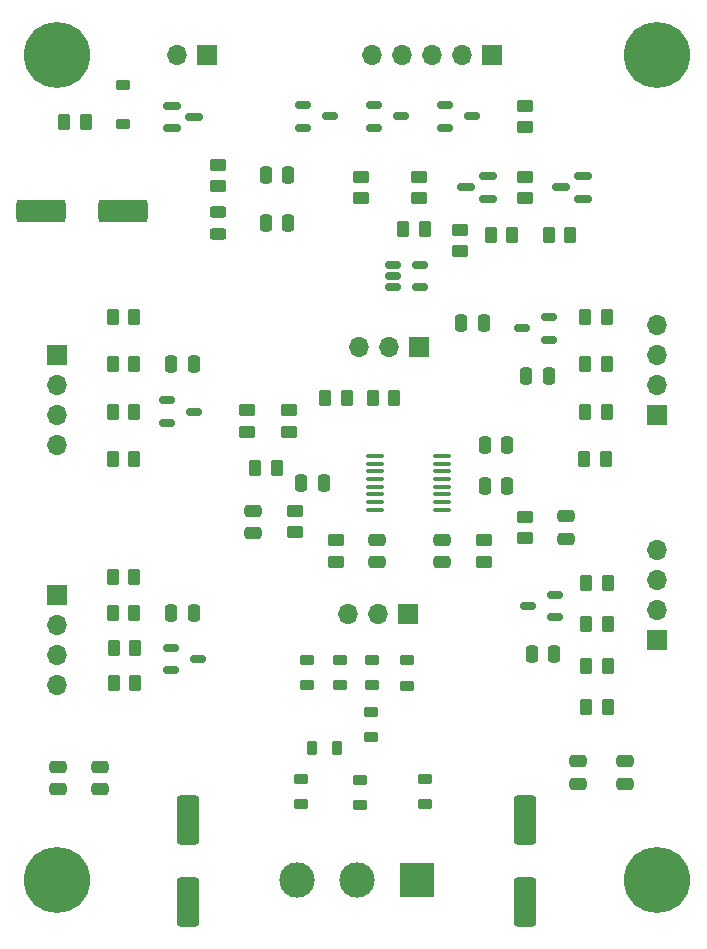
<source format=gbr>
%TF.GenerationSoftware,KiCad,Pcbnew,7.0.5*%
%TF.CreationDate,2023-09-16T15:31:54-07:00*%
%TF.ProjectId,ADS1219Module,41445331-3231-4394-9d6f-64756c652e6b,rev?*%
%TF.SameCoordinates,Original*%
%TF.FileFunction,Soldermask,Top*%
%TF.FilePolarity,Negative*%
%FSLAX46Y46*%
G04 Gerber Fmt 4.6, Leading zero omitted, Abs format (unit mm)*
G04 Created by KiCad (PCBNEW 7.0.5) date 2023-09-16 15:31:54*
%MOMM*%
%LPD*%
G01*
G04 APERTURE LIST*
G04 Aperture macros list*
%AMRoundRect*
0 Rectangle with rounded corners*
0 $1 Rounding radius*
0 $2 $3 $4 $5 $6 $7 $8 $9 X,Y pos of 4 corners*
0 Add a 4 corners polygon primitive as box body*
4,1,4,$2,$3,$4,$5,$6,$7,$8,$9,$2,$3,0*
0 Add four circle primitives for the rounded corners*
1,1,$1+$1,$2,$3*
1,1,$1+$1,$4,$5*
1,1,$1+$1,$6,$7*
1,1,$1+$1,$8,$9*
0 Add four rect primitives between the rounded corners*
20,1,$1+$1,$2,$3,$4,$5,0*
20,1,$1+$1,$4,$5,$6,$7,0*
20,1,$1+$1,$6,$7,$8,$9,0*
20,1,$1+$1,$8,$9,$2,$3,0*%
G04 Aperture macros list end*
%ADD10RoundRect,0.250000X-0.262500X-0.450000X0.262500X-0.450000X0.262500X0.450000X-0.262500X0.450000X0*%
%ADD11RoundRect,0.250000X0.250000X0.475000X-0.250000X0.475000X-0.250000X-0.475000X0.250000X-0.475000X0*%
%ADD12RoundRect,0.218750X-0.381250X0.218750X-0.381250X-0.218750X0.381250X-0.218750X0.381250X0.218750X0*%
%ADD13RoundRect,0.250000X0.475000X-0.250000X0.475000X0.250000X-0.475000X0.250000X-0.475000X-0.250000X0*%
%ADD14R,1.700000X1.700000*%
%ADD15O,1.700000X1.700000*%
%ADD16RoundRect,0.150000X-0.512500X-0.150000X0.512500X-0.150000X0.512500X0.150000X-0.512500X0.150000X0*%
%ADD17C,5.600000*%
%ADD18RoundRect,0.250000X-0.450000X0.262500X-0.450000X-0.262500X0.450000X-0.262500X0.450000X0.262500X0*%
%ADD19RoundRect,0.225000X0.375000X-0.225000X0.375000X0.225000X-0.375000X0.225000X-0.375000X-0.225000X0*%
%ADD20RoundRect,0.150000X0.512500X0.150000X-0.512500X0.150000X-0.512500X-0.150000X0.512500X-0.150000X0*%
%ADD21RoundRect,0.250000X-0.250000X-0.475000X0.250000X-0.475000X0.250000X0.475000X-0.250000X0.475000X0*%
%ADD22RoundRect,0.218750X0.381250X-0.218750X0.381250X0.218750X-0.381250X0.218750X-0.381250X-0.218750X0*%
%ADD23RoundRect,0.250000X0.700000X-1.825000X0.700000X1.825000X-0.700000X1.825000X-0.700000X-1.825000X0*%
%ADD24RoundRect,0.250000X0.262500X0.450000X-0.262500X0.450000X-0.262500X-0.450000X0.262500X-0.450000X0*%
%ADD25R,3.000000X3.000000*%
%ADD26C,3.000000*%
%ADD27RoundRect,0.250000X-0.475000X0.250000X-0.475000X-0.250000X0.475000X-0.250000X0.475000X0.250000X0*%
%ADD28RoundRect,0.250000X0.450000X-0.262500X0.450000X0.262500X-0.450000X0.262500X-0.450000X-0.262500X0*%
%ADD29RoundRect,0.150000X-0.587500X-0.150000X0.587500X-0.150000X0.587500X0.150000X-0.587500X0.150000X0*%
%ADD30RoundRect,0.100000X-0.637500X-0.100000X0.637500X-0.100000X0.637500X0.100000X-0.637500X0.100000X0*%
%ADD31RoundRect,0.150000X0.587500X0.150000X-0.587500X0.150000X-0.587500X-0.150000X0.587500X-0.150000X0*%
%ADD32RoundRect,0.250000X-0.700000X1.825000X-0.700000X-1.825000X0.700000X-1.825000X0.700000X1.825000X0*%
%ADD33RoundRect,0.218750X0.218750X0.381250X-0.218750X0.381250X-0.218750X-0.381250X0.218750X-0.381250X0*%
%ADD34RoundRect,0.243750X0.456250X-0.243750X0.456250X0.243750X-0.456250X0.243750X-0.456250X-0.243750X0*%
%ADD35RoundRect,0.250000X1.825000X0.700000X-1.825000X0.700000X-1.825000X-0.700000X1.825000X-0.700000X0*%
G04 APERTURE END LIST*
D10*
%TO.C,R27*%
X197087500Y-77000000D03*
X198912500Y-77000000D03*
%TD*%
D11*
%TO.C,C19*%
X194000000Y-78000000D03*
X192100000Y-78000000D03*
%TD*%
D12*
%TO.C,FB9*%
X179000000Y-106437500D03*
X179000000Y-108562500D03*
%TD*%
D13*
%TO.C,C15*%
X185000000Y-93750000D03*
X185000000Y-91850000D03*
%TD*%
D14*
%TO.C,J11*%
X152400000Y-76200000D03*
D15*
X152400000Y-78740000D03*
X152400000Y-81280000D03*
X152400000Y-83820000D03*
%TD*%
D16*
%TO.C,D6*%
X173225000Y-55050000D03*
X173225000Y-56950000D03*
X175500000Y-56000000D03*
%TD*%
D17*
%TO.C,J3*%
X152400000Y-120650000D03*
%TD*%
%TO.C,J1*%
X152400000Y-50800000D03*
%TD*%
D18*
%TO.C,R8*%
X178087500Y-61087500D03*
X178087500Y-62912500D03*
%TD*%
%TO.C,R7*%
X192000000Y-61087500D03*
X192000000Y-62912500D03*
%TD*%
%TO.C,R6*%
X183000000Y-61087500D03*
X183000000Y-62912500D03*
%TD*%
D16*
%TO.C,D3*%
X185225000Y-55050000D03*
X185225000Y-56950000D03*
X187500000Y-56000000D03*
%TD*%
D19*
%TO.C,D5*%
X158000000Y-56650000D03*
X158000000Y-53350000D03*
%TD*%
D16*
%TO.C,U2*%
X180862500Y-68550000D03*
X180862500Y-69500000D03*
X180862500Y-70450000D03*
X183137500Y-70450000D03*
X183137500Y-68550000D03*
%TD*%
D20*
%TO.C,D10*%
X194000000Y-74900000D03*
X194000000Y-73000000D03*
X191725000Y-73950000D03*
%TD*%
D21*
%TO.C,C17*%
X162050000Y-98000000D03*
X163950000Y-98000000D03*
%TD*%
D22*
%TO.C,FB8*%
X179055000Y-104125000D03*
X179055000Y-102000000D03*
%TD*%
D10*
%TO.C,R22*%
X157087500Y-98000000D03*
X158912500Y-98000000D03*
%TD*%
D13*
%TO.C,C5*%
X156000000Y-112950000D03*
X156000000Y-111050000D03*
%TD*%
D22*
%TO.C,FB7*%
X176305000Y-104125000D03*
X176305000Y-102000000D03*
%TD*%
D14*
%TO.C,J14*%
X203200000Y-81280000D03*
D15*
X203200000Y-78740000D03*
X203200000Y-76200000D03*
X203200000Y-73660000D03*
%TD*%
D23*
%TO.C,C9*%
X163500000Y-122500000D03*
X163500000Y-115550000D03*
%TD*%
D21*
%TO.C,C13*%
X188600000Y-83800000D03*
X190500000Y-83800000D03*
%TD*%
D20*
%TO.C,D9*%
X194500000Y-98400000D03*
X194500000Y-96500000D03*
X192225000Y-97450000D03*
%TD*%
D14*
%TO.C,J9*%
X183040000Y-75500000D03*
D15*
X180500000Y-75500000D03*
X177960000Y-75500000D03*
%TD*%
D10*
%TO.C,R13*%
X181675000Y-65500000D03*
X183500000Y-65500000D03*
%TD*%
D14*
%TO.C,J7*%
X189230000Y-50800000D03*
D15*
X186690000Y-50800000D03*
X184150000Y-50800000D03*
X181610000Y-50800000D03*
X179070000Y-50800000D03*
%TD*%
D21*
%TO.C,C3*%
X170050000Y-65000000D03*
X171950000Y-65000000D03*
%TD*%
D24*
%TO.C,R2*%
X176912500Y-79800000D03*
X175087500Y-79800000D03*
%TD*%
D12*
%TO.C,FB1*%
X183500000Y-112112500D03*
X183500000Y-114237500D03*
%TD*%
%TO.C,FB2*%
X173000000Y-112112500D03*
X173000000Y-114237500D03*
%TD*%
D24*
%TO.C,R36*%
X198912500Y-73000000D03*
X197087500Y-73000000D03*
%TD*%
D22*
%TO.C,FB4*%
X182000000Y-104187500D03*
X182000000Y-102062500D03*
%TD*%
D25*
%TO.C,J8*%
X182880000Y-120650000D03*
D26*
X177800000Y-120650000D03*
X172720000Y-120650000D03*
%TD*%
D10*
%TO.C,R14*%
X169175000Y-85800000D03*
X171000000Y-85800000D03*
%TD*%
D14*
%TO.C,J10*%
X182080000Y-98125000D03*
D15*
X179540000Y-98125000D03*
X177000000Y-98125000D03*
%TD*%
D24*
%TO.C,R25*%
X199000000Y-102500000D03*
X197175000Y-102500000D03*
%TD*%
%TO.C,R26*%
X199000000Y-106000000D03*
X197175000Y-106000000D03*
%TD*%
D13*
%TO.C,C6*%
X152500000Y-112950000D03*
X152500000Y-111050000D03*
%TD*%
D27*
%TO.C,C20*%
X169000000Y-89400000D03*
X169000000Y-91300000D03*
%TD*%
D11*
%TO.C,C11*%
X190500000Y-87300000D03*
X188600000Y-87300000D03*
%TD*%
D24*
%TO.C,R29*%
X198825000Y-85000000D03*
X197000000Y-85000000D03*
%TD*%
%TO.C,R1*%
X180912500Y-79800000D03*
X179087500Y-79800000D03*
%TD*%
D28*
%TO.C,R10*%
X166000000Y-61912500D03*
X166000000Y-60087500D03*
%TD*%
D18*
%TO.C,R12*%
X186500000Y-65587500D03*
X186500000Y-67412500D03*
%TD*%
D16*
%TO.C,D2*%
X179225000Y-55050000D03*
X179225000Y-56950000D03*
X181500000Y-56000000D03*
%TD*%
D24*
%TO.C,R21*%
X159000000Y-101000000D03*
X157175000Y-101000000D03*
%TD*%
D29*
%TO.C,Q3*%
X162125000Y-55100000D03*
X162125000Y-57000000D03*
X164000000Y-56050000D03*
%TD*%
D30*
%TO.C,U3*%
X179275000Y-84750000D03*
X179275000Y-85400000D03*
X179275000Y-86050000D03*
X179275000Y-86700000D03*
X179275000Y-87350000D03*
X179275000Y-88000000D03*
X179275000Y-88650000D03*
X179275000Y-89300000D03*
X185000000Y-89300000D03*
X185000000Y-88650000D03*
X185000000Y-88000000D03*
X185000000Y-87350000D03*
X185000000Y-86700000D03*
X185000000Y-86050000D03*
X185000000Y-85400000D03*
X185000000Y-84750000D03*
%TD*%
D31*
%TO.C,Q2*%
X196937500Y-62950000D03*
X196937500Y-61050000D03*
X195062500Y-62000000D03*
%TD*%
D10*
%TO.C,R20*%
X157087500Y-77000000D03*
X158912500Y-77000000D03*
%TD*%
D22*
%TO.C,FB3*%
X178000000Y-114300000D03*
X178000000Y-112175000D03*
%TD*%
D21*
%TO.C,C2*%
X170050000Y-61000000D03*
X171950000Y-61000000D03*
%TD*%
D18*
%TO.C,R32*%
X168500000Y-80887500D03*
X168500000Y-82712500D03*
%TD*%
D10*
%TO.C,R4*%
X189087500Y-66000000D03*
X190912500Y-66000000D03*
%TD*%
D18*
%TO.C,R31*%
X192000000Y-89887500D03*
X192000000Y-91712500D03*
%TD*%
D13*
%TO.C,C8*%
X200500000Y-112500000D03*
X200500000Y-110600000D03*
%TD*%
D18*
%TO.C,R9*%
X192000000Y-55087500D03*
X192000000Y-56912500D03*
%TD*%
D10*
%TO.C,R33*%
X157175000Y-104000000D03*
X159000000Y-104000000D03*
%TD*%
D31*
%TO.C,Q1*%
X188875000Y-62950000D03*
X188875000Y-61050000D03*
X187000000Y-62000000D03*
%TD*%
D11*
%TO.C,C12*%
X174950000Y-87000000D03*
X173050000Y-87000000D03*
%TD*%
D10*
%TO.C,R23*%
X157087500Y-95000000D03*
X158912500Y-95000000D03*
%TD*%
D16*
%TO.C,D7*%
X161725000Y-80050000D03*
X161725000Y-81950000D03*
X164000000Y-81000000D03*
%TD*%
D10*
%TO.C,R35*%
X157087500Y-85000000D03*
X158912500Y-85000000D03*
%TD*%
D24*
%TO.C,R19*%
X158912500Y-81000000D03*
X157087500Y-81000000D03*
%TD*%
%TO.C,R28*%
X198912500Y-81000000D03*
X197087500Y-81000000D03*
%TD*%
D32*
%TO.C,C10*%
X192000000Y-115550000D03*
X192000000Y-122500000D03*
%TD*%
D13*
%TO.C,C7*%
X196500000Y-112500000D03*
X196500000Y-110600000D03*
%TD*%
D18*
%TO.C,R16*%
X176000000Y-91887500D03*
X176000000Y-93712500D03*
%TD*%
D14*
%TO.C,J12*%
X152400000Y-96520000D03*
D15*
X152400000Y-99060000D03*
X152400000Y-101600000D03*
X152400000Y-104140000D03*
%TD*%
D28*
%TO.C,R3*%
X172000000Y-82712500D03*
X172000000Y-80887500D03*
%TD*%
D10*
%TO.C,R11*%
X153000000Y-56500000D03*
X154825000Y-56500000D03*
%TD*%
D33*
%TO.C,FB5*%
X176062500Y-109500000D03*
X173937500Y-109500000D03*
%TD*%
D21*
%TO.C,C4*%
X186600000Y-73500000D03*
X188500000Y-73500000D03*
%TD*%
D22*
%TO.C,FB6*%
X173555000Y-104125000D03*
X173555000Y-102000000D03*
%TD*%
D10*
%TO.C,R24*%
X197175000Y-99000000D03*
X199000000Y-99000000D03*
%TD*%
D14*
%TO.C,J6*%
X165100000Y-50800000D03*
D15*
X162560000Y-50800000D03*
%TD*%
D14*
%TO.C,J13*%
X203200000Y-100330000D03*
D15*
X203200000Y-97790000D03*
X203200000Y-95250000D03*
X203200000Y-92710000D03*
%TD*%
D28*
%TO.C,R30*%
X172500000Y-91212500D03*
X172500000Y-89387500D03*
%TD*%
D34*
%TO.C,D4*%
X166000000Y-65937500D03*
X166000000Y-64062500D03*
%TD*%
D24*
%TO.C,R5*%
X195825000Y-66000000D03*
X194000000Y-66000000D03*
%TD*%
D16*
%TO.C,D8*%
X162000000Y-101000000D03*
X162000000Y-102900000D03*
X164275000Y-101950000D03*
%TD*%
D13*
%TO.C,C14*%
X179500000Y-93750000D03*
X179500000Y-91850000D03*
%TD*%
D21*
%TO.C,C16*%
X162050000Y-77000000D03*
X163950000Y-77000000D03*
%TD*%
D17*
%TO.C,J4*%
X203200000Y-120650000D03*
%TD*%
D13*
%TO.C,C21*%
X195500000Y-91750000D03*
X195500000Y-89850000D03*
%TD*%
D10*
%TO.C,R17*%
X157087500Y-73000000D03*
X158912500Y-73000000D03*
%TD*%
D18*
%TO.C,R18*%
X188500000Y-91887500D03*
X188500000Y-93712500D03*
%TD*%
D11*
%TO.C,C18*%
X194450000Y-101500000D03*
X192550000Y-101500000D03*
%TD*%
D17*
%TO.C,J2*%
X203200000Y-50800000D03*
%TD*%
D35*
%TO.C,C1*%
X158000000Y-64000000D03*
X151050000Y-64000000D03*
%TD*%
D24*
%TO.C,R34*%
X199000000Y-95500000D03*
X197175000Y-95500000D03*
%TD*%
M02*

</source>
